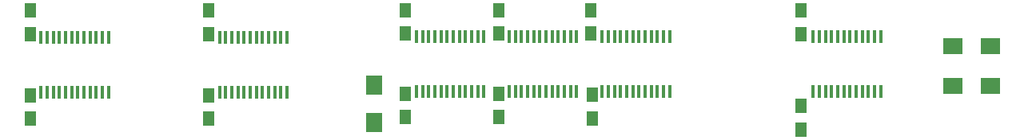
<source format=gbr>
G04 #@! TF.FileFunction,Paste,Top*
%FSLAX46Y46*%
G04 Gerber Fmt 4.6, Leading zero omitted, Abs format (unit mm)*
G04 Created by KiCad (PCBNEW (2015-10-16 BZR 6271)-product) date Sun 21 Feb 2016 04:12:30 PM CET*
%MOMM*%
G01*
G04 APERTURE LIST*
%ADD10C,0.100000*%
%ADD11R,1.250000X1.500000*%
%ADD12R,2.000000X1.700000*%
%ADD13R,1.700000X2.000000*%
%ADD14R,0.398780X1.348740*%
G04 APERTURE END LIST*
D10*
D11*
X102489000Y-105263000D03*
X102489000Y-102763000D03*
X161988500Y-111716500D03*
X161988500Y-114216500D03*
X152082500Y-105199500D03*
X152082500Y-102699500D03*
X102489000Y-111780000D03*
X102489000Y-114280000D03*
X161861500Y-105199500D03*
X161861500Y-102699500D03*
X152082500Y-111589500D03*
X152082500Y-114089500D03*
X184150000Y-105263000D03*
X184150000Y-102763000D03*
X142176500Y-111589500D03*
X142176500Y-114089500D03*
X121412000Y-105263000D03*
X121412000Y-102763000D03*
X121412000Y-111780000D03*
X121412000Y-114280000D03*
X142176500Y-105199500D03*
X142176500Y-102699500D03*
X184150000Y-112923000D03*
X184150000Y-115423000D03*
D12*
X200184000Y-106553000D03*
X204184000Y-106553000D03*
X200184000Y-110744000D03*
X204184000Y-110744000D03*
D13*
X138938000Y-114649000D03*
X138938000Y-110649000D03*
D14*
X185402220Y-111381540D03*
X186052460Y-111381540D03*
X186702700Y-111381540D03*
X187352940Y-111381540D03*
X188003180Y-111381540D03*
X188653420Y-111381540D03*
X189298580Y-111381540D03*
X189948820Y-111381540D03*
X190599060Y-111381540D03*
X191249300Y-111381540D03*
X191899540Y-111381540D03*
X192549780Y-111381540D03*
X192549780Y-105534460D03*
X191899540Y-105534460D03*
X191249300Y-105534460D03*
X190599060Y-105534460D03*
X189948820Y-105534460D03*
X189298580Y-105534460D03*
X188653420Y-105534460D03*
X188003180Y-105534460D03*
X187352940Y-105534460D03*
X186702700Y-105534460D03*
X186052460Y-105534460D03*
X185402220Y-105534460D03*
X103614220Y-111445040D03*
X104264460Y-111445040D03*
X104914700Y-111445040D03*
X105564940Y-111445040D03*
X106215180Y-111445040D03*
X106865420Y-111445040D03*
X107510580Y-111445040D03*
X108160820Y-111445040D03*
X108811060Y-111445040D03*
X109461300Y-111445040D03*
X110111540Y-111445040D03*
X110761780Y-111445040D03*
X110761780Y-105597960D03*
X110111540Y-105597960D03*
X109461300Y-105597960D03*
X108811060Y-105597960D03*
X108160820Y-105597960D03*
X107510580Y-105597960D03*
X106865420Y-105597960D03*
X106215180Y-105597960D03*
X105564940Y-105597960D03*
X104914700Y-105597960D03*
X104264460Y-105597960D03*
X103614220Y-105597960D03*
X153207720Y-111343440D03*
X153857960Y-111343440D03*
X154508200Y-111343440D03*
X155158440Y-111343440D03*
X155808680Y-111343440D03*
X156458920Y-111343440D03*
X157104080Y-111343440D03*
X157754320Y-111343440D03*
X158404560Y-111343440D03*
X159054800Y-111343440D03*
X159705040Y-111343440D03*
X160355280Y-111343440D03*
X160355280Y-105496360D03*
X159705040Y-105496360D03*
X159054800Y-105496360D03*
X158404560Y-105496360D03*
X157754320Y-105496360D03*
X157104080Y-105496360D03*
X156458920Y-105496360D03*
X155808680Y-105496360D03*
X155158440Y-105496360D03*
X154508200Y-105496360D03*
X153857960Y-105496360D03*
X153207720Y-105496360D03*
X143377920Y-111368840D03*
X144028160Y-111368840D03*
X144678400Y-111368840D03*
X145328640Y-111368840D03*
X145978880Y-111368840D03*
X146629120Y-111368840D03*
X147274280Y-111368840D03*
X147924520Y-111368840D03*
X148574760Y-111368840D03*
X149225000Y-111368840D03*
X149875240Y-111368840D03*
X150525480Y-111368840D03*
X150525480Y-105521760D03*
X149875240Y-105521760D03*
X149225000Y-105521760D03*
X148574760Y-105521760D03*
X147924520Y-105521760D03*
X147274280Y-105521760D03*
X146629120Y-105521760D03*
X145978880Y-105521760D03*
X145328640Y-105521760D03*
X144678400Y-105521760D03*
X144028160Y-105521760D03*
X143377920Y-105521760D03*
X163050220Y-111381540D03*
X163700460Y-111381540D03*
X164350700Y-111381540D03*
X165000940Y-111381540D03*
X165651180Y-111381540D03*
X166301420Y-111381540D03*
X166946580Y-111381540D03*
X167596820Y-111381540D03*
X168247060Y-111381540D03*
X168897300Y-111381540D03*
X169547540Y-111381540D03*
X170197780Y-111381540D03*
X170197780Y-105534460D03*
X169547540Y-105534460D03*
X168897300Y-105534460D03*
X168247060Y-105534460D03*
X167596820Y-105534460D03*
X166946580Y-105534460D03*
X166301420Y-105534460D03*
X165651180Y-105534460D03*
X165000940Y-105534460D03*
X164350700Y-105534460D03*
X163700460Y-105534460D03*
X163050220Y-105534460D03*
X122537220Y-111445040D03*
X123187460Y-111445040D03*
X123837700Y-111445040D03*
X124487940Y-111445040D03*
X125138180Y-111445040D03*
X125788420Y-111445040D03*
X126433580Y-111445040D03*
X127083820Y-111445040D03*
X127734060Y-111445040D03*
X128384300Y-111445040D03*
X129034540Y-111445040D03*
X129684780Y-111445040D03*
X129684780Y-105597960D03*
X129034540Y-105597960D03*
X128384300Y-105597960D03*
X127734060Y-105597960D03*
X127083820Y-105597960D03*
X126433580Y-105597960D03*
X125788420Y-105597960D03*
X125138180Y-105597960D03*
X124487940Y-105597960D03*
X123837700Y-105597960D03*
X123187460Y-105597960D03*
X122537220Y-105597960D03*
M02*

</source>
